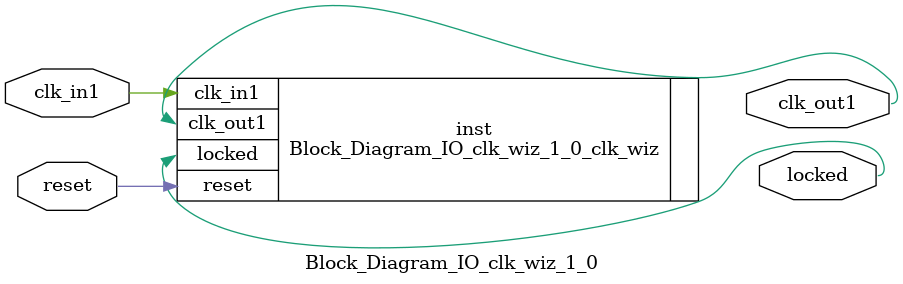
<source format=v>


`timescale 1ps/1ps

(* CORE_GENERATION_INFO = "Block_Diagram_IO_clk_wiz_1_0,clk_wiz_v6_0_15_0_0,{component_name=Block_Diagram_IO_clk_wiz_1_0,use_phase_alignment=true,use_min_o_jitter=false,use_max_i_jitter=false,use_dyn_phase_shift=false,use_inclk_switchover=false,use_dyn_reconfig=false,enable_axi=0,feedback_source=FDBK_AUTO,PRIMITIVE=MMCM,num_out_clk=1,clkin1_period=10.000,clkin2_period=10.000,use_power_down=false,use_reset=true,use_locked=true,use_inclk_stopped=false,feedback_type=SINGLE,CLOCK_MGR_TYPE=NA,manual_override=false}" *)

module Block_Diagram_IO_clk_wiz_1_0 
 (
  // Clock out ports
  output        clk_out1,
  // Status and control signals
  input         reset,
  output        locked,
 // Clock in ports
  input         clk_in1
 );

  Block_Diagram_IO_clk_wiz_1_0_clk_wiz inst
  (
  // Clock out ports  
  .clk_out1(clk_out1),
  // Status and control signals               
  .reset(reset), 
  .locked(locked),
 // Clock in ports
  .clk_in1(clk_in1)
  );

endmodule

</source>
